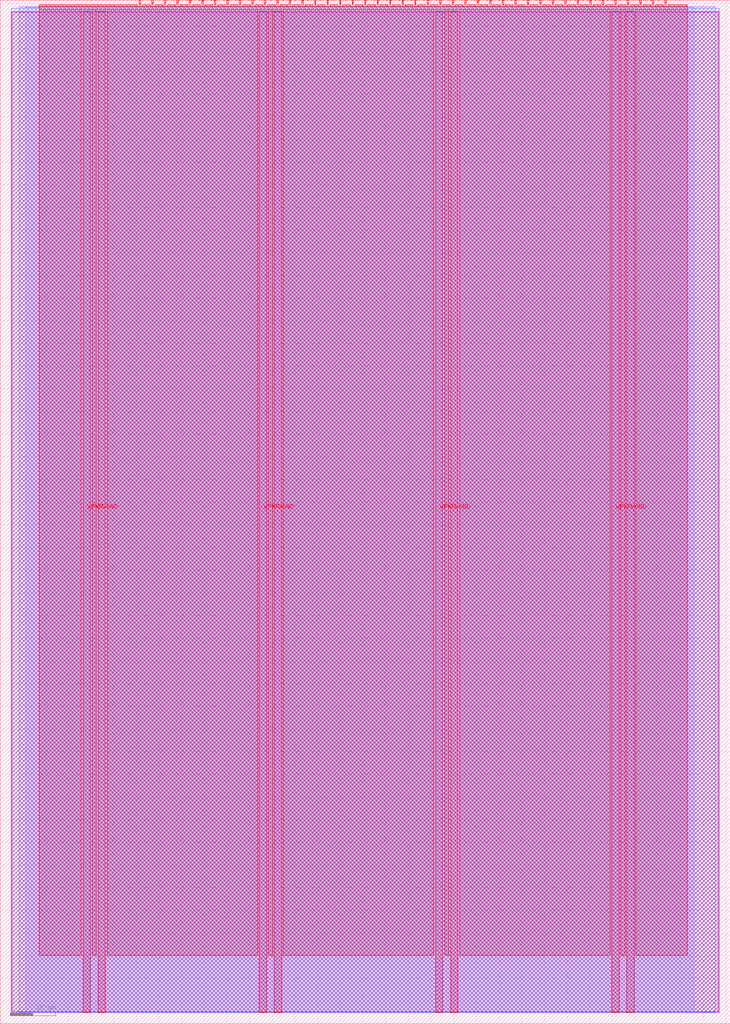
<source format=lef>
VERSION 5.7 ;
  NOWIREEXTENSIONATPIN ON ;
  DIVIDERCHAR "/" ;
  BUSBITCHARS "[]" ;
MACRO tt_um_jamesrosssharp_tiny1bitam
  CLASS BLOCK ;
  FOREIGN tt_um_jamesrosssharp_tiny1bitam ;
  ORIGIN 0.000 0.000 ;
  SIZE 161.000 BY 225.760 ;
  PIN VGND
    DIRECTION INOUT ;
    USE GROUND ;
    PORT
      LAYER met4 ;
        RECT 21.580 2.480 23.180 223.280 ;
    END
    PORT
      LAYER met4 ;
        RECT 60.450 2.480 62.050 223.280 ;
    END
    PORT
      LAYER met4 ;
        RECT 99.320 2.480 100.920 223.280 ;
    END
    PORT
      LAYER met4 ;
        RECT 138.190 2.480 139.790 223.280 ;
    END
  END VGND
  PIN VPWR
    DIRECTION INOUT ;
    USE POWER ;
    PORT
      LAYER met4 ;
        RECT 18.280 2.480 19.880 223.280 ;
    END
    PORT
      LAYER met4 ;
        RECT 57.150 2.480 58.750 223.280 ;
    END
    PORT
      LAYER met4 ;
        RECT 96.020 2.480 97.620 223.280 ;
    END
    PORT
      LAYER met4 ;
        RECT 134.890 2.480 136.490 223.280 ;
    END
  END VPWR
  PIN clk
    DIRECTION INPUT ;
    USE SIGNAL ;
    ANTENNAGATEAREA 0.852000 ;
    PORT
      LAYER met4 ;
        RECT 143.830 224.760 144.130 225.760 ;
    END
  END clk
  PIN ena
    DIRECTION INPUT ;
    USE SIGNAL ;
    PORT
      LAYER met4 ;
        RECT 146.590 224.760 146.890 225.760 ;
    END
  END ena
  PIN rst_n
    DIRECTION INPUT ;
    USE SIGNAL ;
    ANTENNAGATEAREA 0.159000 ;
    PORT
      LAYER met4 ;
        RECT 141.070 224.760 141.370 225.760 ;
    END
  END rst_n
  PIN ui_in[0]
    DIRECTION INPUT ;
    USE SIGNAL ;
    ANTENNAGATEAREA 0.196500 ;
    PORT
      LAYER met4 ;
        RECT 138.310 224.760 138.610 225.760 ;
    END
  END ui_in[0]
  PIN ui_in[1]
    DIRECTION INPUT ;
    USE SIGNAL ;
    ANTENNAGATEAREA 0.196500 ;
    PORT
      LAYER met4 ;
        RECT 135.550 224.760 135.850 225.760 ;
    END
  END ui_in[1]
  PIN ui_in[2]
    DIRECTION INPUT ;
    USE SIGNAL ;
    ANTENNAGATEAREA 0.196500 ;
    PORT
      LAYER met4 ;
        RECT 132.790 224.760 133.090 225.760 ;
    END
  END ui_in[2]
  PIN ui_in[3]
    DIRECTION INPUT ;
    USE SIGNAL ;
    ANTENNAGATEAREA 0.196500 ;
    PORT
      LAYER met4 ;
        RECT 130.030 224.760 130.330 225.760 ;
    END
  END ui_in[3]
  PIN ui_in[4]
    DIRECTION INPUT ;
    USE SIGNAL ;
    PORT
      LAYER met4 ;
        RECT 127.270 224.760 127.570 225.760 ;
    END
  END ui_in[4]
  PIN ui_in[5]
    DIRECTION INPUT ;
    USE SIGNAL ;
    PORT
      LAYER met4 ;
        RECT 124.510 224.760 124.810 225.760 ;
    END
  END ui_in[5]
  PIN ui_in[6]
    DIRECTION INPUT ;
    USE SIGNAL ;
    PORT
      LAYER met4 ;
        RECT 121.750 224.760 122.050 225.760 ;
    END
  END ui_in[6]
  PIN ui_in[7]
    DIRECTION INPUT ;
    USE SIGNAL ;
    PORT
      LAYER met4 ;
        RECT 118.990 224.760 119.290 225.760 ;
    END
  END ui_in[7]
  PIN uio_in[0]
    DIRECTION INPUT ;
    USE SIGNAL ;
    PORT
      LAYER met4 ;
        RECT 116.230 224.760 116.530 225.760 ;
    END
  END uio_in[0]
  PIN uio_in[1]
    DIRECTION INPUT ;
    USE SIGNAL ;
    PORT
      LAYER met4 ;
        RECT 113.470 224.760 113.770 225.760 ;
    END
  END uio_in[1]
  PIN uio_in[2]
    DIRECTION INPUT ;
    USE SIGNAL ;
    PORT
      LAYER met4 ;
        RECT 110.710 224.760 111.010 225.760 ;
    END
  END uio_in[2]
  PIN uio_in[3]
    DIRECTION INPUT ;
    USE SIGNAL ;
    PORT
      LAYER met4 ;
        RECT 107.950 224.760 108.250 225.760 ;
    END
  END uio_in[3]
  PIN uio_in[4]
    DIRECTION INPUT ;
    USE SIGNAL ;
    PORT
      LAYER met4 ;
        RECT 105.190 224.760 105.490 225.760 ;
    END
  END uio_in[4]
  PIN uio_in[5]
    DIRECTION INPUT ;
    USE SIGNAL ;
    PORT
      LAYER met4 ;
        RECT 102.430 224.760 102.730 225.760 ;
    END
  END uio_in[5]
  PIN uio_in[6]
    DIRECTION INPUT ;
    USE SIGNAL ;
    PORT
      LAYER met4 ;
        RECT 99.670 224.760 99.970 225.760 ;
    END
  END uio_in[6]
  PIN uio_in[7]
    DIRECTION INPUT ;
    USE SIGNAL ;
    PORT
      LAYER met4 ;
        RECT 96.910 224.760 97.210 225.760 ;
    END
  END uio_in[7]
  PIN uio_oe[0]
    DIRECTION OUTPUT ;
    USE SIGNAL ;
    PORT
      LAYER met4 ;
        RECT 49.990 224.760 50.290 225.760 ;
    END
  END uio_oe[0]
  PIN uio_oe[1]
    DIRECTION OUTPUT ;
    USE SIGNAL ;
    PORT
      LAYER met4 ;
        RECT 47.230 224.760 47.530 225.760 ;
    END
  END uio_oe[1]
  PIN uio_oe[2]
    DIRECTION OUTPUT ;
    USE SIGNAL ;
    PORT
      LAYER met4 ;
        RECT 44.470 224.760 44.770 225.760 ;
    END
  END uio_oe[2]
  PIN uio_oe[3]
    DIRECTION OUTPUT ;
    USE SIGNAL ;
    PORT
      LAYER met4 ;
        RECT 41.710 224.760 42.010 225.760 ;
    END
  END uio_oe[3]
  PIN uio_oe[4]
    DIRECTION OUTPUT ;
    USE SIGNAL ;
    PORT
      LAYER met4 ;
        RECT 38.950 224.760 39.250 225.760 ;
    END
  END uio_oe[4]
  PIN uio_oe[5]
    DIRECTION OUTPUT ;
    USE SIGNAL ;
    PORT
      LAYER met4 ;
        RECT 36.190 224.760 36.490 225.760 ;
    END
  END uio_oe[5]
  PIN uio_oe[6]
    DIRECTION OUTPUT ;
    USE SIGNAL ;
    PORT
      LAYER met4 ;
        RECT 33.430 224.760 33.730 225.760 ;
    END
  END uio_oe[6]
  PIN uio_oe[7]
    DIRECTION OUTPUT ;
    USE SIGNAL ;
    PORT
      LAYER met4 ;
        RECT 30.670 224.760 30.970 225.760 ;
    END
  END uio_oe[7]
  PIN uio_out[0]
    DIRECTION OUTPUT ;
    USE SIGNAL ;
    PORT
      LAYER met4 ;
        RECT 72.070 224.760 72.370 225.760 ;
    END
  END uio_out[0]
  PIN uio_out[1]
    DIRECTION OUTPUT ;
    USE SIGNAL ;
    PORT
      LAYER met4 ;
        RECT 69.310 224.760 69.610 225.760 ;
    END
  END uio_out[1]
  PIN uio_out[2]
    DIRECTION OUTPUT ;
    USE SIGNAL ;
    PORT
      LAYER met4 ;
        RECT 66.550 224.760 66.850 225.760 ;
    END
  END uio_out[2]
  PIN uio_out[3]
    DIRECTION OUTPUT ;
    USE SIGNAL ;
    PORT
      LAYER met4 ;
        RECT 63.790 224.760 64.090 225.760 ;
    END
  END uio_out[3]
  PIN uio_out[4]
    DIRECTION OUTPUT ;
    USE SIGNAL ;
    PORT
      LAYER met4 ;
        RECT 61.030 224.760 61.330 225.760 ;
    END
  END uio_out[4]
  PIN uio_out[5]
    DIRECTION OUTPUT ;
    USE SIGNAL ;
    PORT
      LAYER met4 ;
        RECT 58.270 224.760 58.570 225.760 ;
    END
  END uio_out[5]
  PIN uio_out[6]
    DIRECTION OUTPUT ;
    USE SIGNAL ;
    PORT
      LAYER met4 ;
        RECT 55.510 224.760 55.810 225.760 ;
    END
  END uio_out[6]
  PIN uio_out[7]
    DIRECTION OUTPUT ;
    USE SIGNAL ;
    PORT
      LAYER met4 ;
        RECT 52.750 224.760 53.050 225.760 ;
    END
  END uio_out[7]
  PIN uo_out[0]
    DIRECTION OUTPUT ;
    USE SIGNAL ;
    ANTENNADIFFAREA 0.445500 ;
    PORT
      LAYER met4 ;
        RECT 94.150 224.760 94.450 225.760 ;
    END
  END uo_out[0]
  PIN uo_out[1]
    DIRECTION OUTPUT ;
    USE SIGNAL ;
    ANTENNADIFFAREA 0.445500 ;
    PORT
      LAYER met4 ;
        RECT 91.390 224.760 91.690 225.760 ;
    END
  END uo_out[1]
  PIN uo_out[2]
    DIRECTION OUTPUT ;
    USE SIGNAL ;
    PORT
      LAYER met4 ;
        RECT 88.630 224.760 88.930 225.760 ;
    END
  END uo_out[2]
  PIN uo_out[3]
    DIRECTION OUTPUT ;
    USE SIGNAL ;
    PORT
      LAYER met4 ;
        RECT 85.870 224.760 86.170 225.760 ;
    END
  END uo_out[3]
  PIN uo_out[4]
    DIRECTION OUTPUT ;
    USE SIGNAL ;
    PORT
      LAYER met4 ;
        RECT 83.110 224.760 83.410 225.760 ;
    END
  END uo_out[4]
  PIN uo_out[5]
    DIRECTION OUTPUT ;
    USE SIGNAL ;
    PORT
      LAYER met4 ;
        RECT 80.350 224.760 80.650 225.760 ;
    END
  END uo_out[5]
  PIN uo_out[6]
    DIRECTION OUTPUT ;
    USE SIGNAL ;
    PORT
      LAYER met4 ;
        RECT 77.590 224.760 77.890 225.760 ;
    END
  END uo_out[6]
  PIN uo_out[7]
    DIRECTION OUTPUT ;
    USE SIGNAL ;
    PORT
      LAYER met4 ;
        RECT 74.830 224.760 75.130 225.760 ;
    END
  END uo_out[7]
  OBS
      LAYER nwell ;
        RECT 2.570 2.635 158.430 223.230 ;
      LAYER li1 ;
        RECT 2.760 2.635 158.240 223.125 ;
      LAYER met1 ;
        RECT 2.460 2.480 158.540 224.020 ;
      LAYER met2 ;
        RECT 4.240 2.535 157.680 224.245 ;
      LAYER met3 ;
        RECT 5.585 2.555 153.115 224.225 ;
      LAYER met4 ;
        RECT 8.575 224.360 30.270 224.760 ;
        RECT 31.370 224.360 33.030 224.760 ;
        RECT 34.130 224.360 35.790 224.760 ;
        RECT 36.890 224.360 38.550 224.760 ;
        RECT 39.650 224.360 41.310 224.760 ;
        RECT 42.410 224.360 44.070 224.760 ;
        RECT 45.170 224.360 46.830 224.760 ;
        RECT 47.930 224.360 49.590 224.760 ;
        RECT 50.690 224.360 52.350 224.760 ;
        RECT 53.450 224.360 55.110 224.760 ;
        RECT 56.210 224.360 57.870 224.760 ;
        RECT 58.970 224.360 60.630 224.760 ;
        RECT 61.730 224.360 63.390 224.760 ;
        RECT 64.490 224.360 66.150 224.760 ;
        RECT 67.250 224.360 68.910 224.760 ;
        RECT 70.010 224.360 71.670 224.760 ;
        RECT 72.770 224.360 74.430 224.760 ;
        RECT 75.530 224.360 77.190 224.760 ;
        RECT 78.290 224.360 79.950 224.760 ;
        RECT 81.050 224.360 82.710 224.760 ;
        RECT 83.810 224.360 85.470 224.760 ;
        RECT 86.570 224.360 88.230 224.760 ;
        RECT 89.330 224.360 90.990 224.760 ;
        RECT 92.090 224.360 93.750 224.760 ;
        RECT 94.850 224.360 96.510 224.760 ;
        RECT 97.610 224.360 99.270 224.760 ;
        RECT 100.370 224.360 102.030 224.760 ;
        RECT 103.130 224.360 104.790 224.760 ;
        RECT 105.890 224.360 107.550 224.760 ;
        RECT 108.650 224.360 110.310 224.760 ;
        RECT 111.410 224.360 113.070 224.760 ;
        RECT 114.170 224.360 115.830 224.760 ;
        RECT 116.930 224.360 118.590 224.760 ;
        RECT 119.690 224.360 121.350 224.760 ;
        RECT 122.450 224.360 124.110 224.760 ;
        RECT 125.210 224.360 126.870 224.760 ;
        RECT 127.970 224.360 129.630 224.760 ;
        RECT 130.730 224.360 132.390 224.760 ;
        RECT 133.490 224.360 135.150 224.760 ;
        RECT 136.250 224.360 137.910 224.760 ;
        RECT 139.010 224.360 140.670 224.760 ;
        RECT 141.770 224.360 143.430 224.760 ;
        RECT 144.530 224.360 146.190 224.760 ;
        RECT 147.290 224.360 151.505 224.760 ;
        RECT 8.575 223.680 151.505 224.360 ;
        RECT 8.575 15.135 17.880 223.680 ;
        RECT 20.280 15.135 21.180 223.680 ;
        RECT 23.580 15.135 56.750 223.680 ;
        RECT 59.150 15.135 60.050 223.680 ;
        RECT 62.450 15.135 95.620 223.680 ;
        RECT 98.020 15.135 98.920 223.680 ;
        RECT 101.320 15.135 134.490 223.680 ;
        RECT 136.890 15.135 137.790 223.680 ;
        RECT 140.190 15.135 151.505 223.680 ;
  END
END tt_um_jamesrosssharp_tiny1bitam
END LIBRARY


</source>
